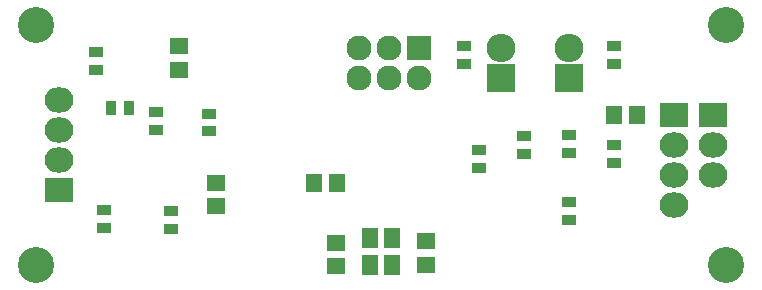
<source format=gbs>
G04 #@! TF.FileFunction,Soldermask,Bot*
%FSLAX46Y46*%
G04 Gerber Fmt 4.6, Leading zero omitted, Abs format (unit mm)*
G04 Created by KiCad (PCBNEW 4.0.1-stable) date 11/19/2016 2:54:23 PM*
%MOMM*%
G01*
G04 APERTURE LIST*
%ADD10C,0.100000*%
%ADD11R,1.400000X1.650000*%
%ADD12R,1.650000X1.400000*%
%ADD13R,2.432000X2.127200*%
%ADD14O,2.432000X2.127200*%
%ADD15R,2.127200X2.127200*%
%ADD16O,2.127200X2.127200*%
%ADD17R,2.432000X2.432000*%
%ADD18O,2.432000X2.432000*%
%ADD19R,1.300000X0.900000*%
%ADD20R,0.900000X1.300000*%
%ADD21R,1.450000X1.700000*%
%ADD22C,3.050000*%
G04 APERTURE END LIST*
D10*
D11*
X179800000Y-73660000D03*
X177800000Y-73660000D03*
D12*
X144145000Y-81375000D03*
X144145000Y-79375000D03*
X140970000Y-67850000D03*
X140970000Y-69850000D03*
X161925000Y-84360000D03*
X161925000Y-86360000D03*
D11*
X154400000Y-79375000D03*
X152400000Y-79375000D03*
D12*
X154305000Y-86455000D03*
X154305000Y-84455000D03*
D13*
X186207400Y-73660000D03*
D14*
X186207400Y-76200000D03*
X186207400Y-78740000D03*
D13*
X130810000Y-80010000D03*
D14*
X130810000Y-77470000D03*
X130810000Y-74930000D03*
X130810000Y-72390000D03*
D13*
X182880000Y-73660000D03*
D14*
X182880000Y-76200000D03*
X182880000Y-78740000D03*
X182880000Y-81280000D03*
D15*
X161290000Y-67945000D03*
D16*
X161290000Y-70485000D03*
X158750000Y-67945000D03*
X158750000Y-70485000D03*
X156210000Y-67945000D03*
X156210000Y-70485000D03*
D17*
X168275000Y-70485000D03*
D18*
X168275000Y-67945000D03*
D17*
X173990000Y-70485000D03*
D18*
X173990000Y-67945000D03*
D19*
X143510000Y-75045000D03*
X143510000Y-73545000D03*
X173990000Y-76835000D03*
X173990000Y-75335000D03*
X139065000Y-73430000D03*
X139065000Y-74930000D03*
X133985000Y-69850000D03*
X133985000Y-68350000D03*
D20*
X136755000Y-73025000D03*
X135255000Y-73025000D03*
D19*
X134620000Y-83185000D03*
X134620000Y-81685000D03*
X140335000Y-81800000D03*
X140335000Y-83300000D03*
X170180000Y-75450000D03*
X170180000Y-76950000D03*
X165100000Y-67830000D03*
X165100000Y-69330000D03*
X166370000Y-78105000D03*
X166370000Y-76605000D03*
X177800000Y-69330000D03*
X177800000Y-67830000D03*
X177800000Y-77700000D03*
X177800000Y-76200000D03*
D21*
X159040000Y-84074000D03*
X159040000Y-86374000D03*
X157190000Y-86374000D03*
X157190000Y-84074000D03*
D22*
X128905000Y-66040000D03*
X128905000Y-86360000D03*
X187325000Y-66040000D03*
X187325000Y-86360000D03*
D19*
X173990000Y-82550000D03*
X173990000Y-81050000D03*
M02*

</source>
